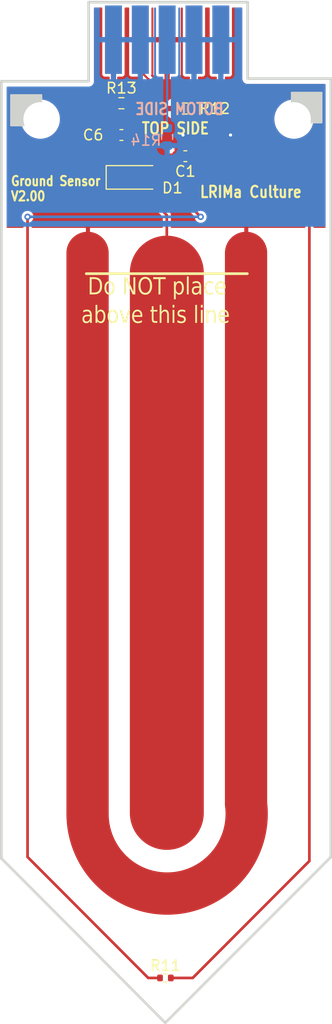
<source format=kicad_pcb>
(kicad_pcb (version 20241229) (generator "pcbnew") (generator_version "9.0")
  (layers (0 "F.Cu" signal "Top Layer") (2 "B.Cu" signal "Bottom Layer") (13 "F.Paste" user "Top Paste Mask Layer") (15 "B.Paste" user "Bottom Paste Mask Layer") (5 "F.SilkS" user "Top Silkscreen Layer") (7 "B.SilkS" user "Bottom Silkscreen Layer") (1 "F.Mask" user "Top Solder Mask Layer") (3 "B.Mask" user "Bottom Solder Mask Layer") (25 "Edge.Cuts" user "Multi-Layer"))
  (net 0 "")
  (net 1 "GND")
  (net 2 "IN_CLOCK_GND_HUM")
  (net 3 "GROUND_TEMP_ENABLE")
  (net 4 "AOUT_GND_HUM")
  (net 5 "AOUT_GND_TEMP")
  (net 6 "BOT_RESI")
  (footprint "MountingHole:MountingHole_3.2mm_M3" (layer "F.Cu") (at 138 32.5)
    (property "Reference" "H1" (hide yes))
    (property "Value" "MountingHole" (hide yes))
    (pad "" np_thru_hole circle (at 0 0) (size 3.2 3.2) (drill 3.2) (layers "*.Cu" "*.Mask"))
  )
  (footprint "Capacitor_SMD:C_0603_1608Metric" (layer "F.Cu") (at 151.725 36 180)
    (property "Reference" "C1" (at 0 -1.43 0) (layer "F.SilkS"))
    (property "Value" "10nF")
    (fp_line (start -0.14058 0.51) (end 0.14058 0.51) (stroke (width 0.12)) (layer "F.SilkS"))
    (fp_line (start -0.14058 -0.51) (end 0.14058 -0.51) (stroke (width 0.12)) (layer "F.SilkS"))
    (pad "1" smd roundrect (at -0.775 0 180) (size 0.9 0.95) (layers "F.Cu" "F.Mask" "F.Paste") (net 5 "AOUT_GND_TEMP"))
    (pad "2" smd roundrect (at 0.775 0 180) (size 0.9 0.95) (layers "F.Cu" "F.Mask" "F.Paste") (net 1 "GND"))
  )
  (footprint "Connector_PCBEdge:Edge_Finger_5P" (layer "F.Cu") (at 149.771568 25.32)
    (property "Reference" "J1" (hide yes))
    (property "Value" "Finger Join" (hide yes))
    (pad "1" connect roundrect (at -4.848431 -0.32 270) (size 6.46 1.6) (layers "B.Cu" "B.Mask") (roundrect_rratio 0) (chamfer_ratio 0.2) (chamfer) (net 1 "GND"))
    (pad "2" connect roundrect (at -4.851568 -0.32 90) (size 6.46 1.6) (layers "F.Cu" "F.Mask") (roundrect_rratio 0) (chamfer_ratio 0.2) (chamfer) (net 4 "AOUT_GND_HUM"))
    (pad "3" connect roundrect (at -2.308431 -0.32 270) (size 6.46 1.6) (layers "B.Cu" "B.Mask") (roundrect_rratio 0) (chamfer_ratio 0.2) (chamfer) (net 1 "GND"))
    (pad "4" connect roundrect (at -2.311568 -0.32 90) (size 6.46 1.6) (layers "F.Cu" "F.Mask") (roundrect_rratio 0) (chamfer_ratio 0.2) (chamfer) (net 2 "IN_CLOCK_GND_HUM"))
    (pad "5" connect roundrect (at 0.231569 -0.32 270) (size 6.46 1.6) (layers "B.Cu" "B.Mask") (roundrect_rratio 0) (chamfer_ratio 0.2) (chamfer) (net 6 "BOT_RESI"))
    (pad "6" connect roundrect (at 0.228432 -0.32 90) (size 6.46 1.6) (layers "F.Cu" "F.Mask") (roundrect_rratio 0) (chamfer_ratio 0.2) (chamfer) (net 1 "GND"))
    (pad "7" connect roundrect (at 2.771569 -0.32 270) (size 6.46 1.6) (layers "B.Cu" "B.Mask") (roundrect_rratio 0) (chamfer_ratio 0.2) (chamfer) (net 1 "GND"))
    (pad "8" connect roundrect (at 2.768432 -0.32 90) (size 6.46 1.6) (layers "F.Cu" "F.Mask") (roundrect_rratio 0) (chamfer_ratio 0.2) (chamfer) (net 5 "AOUT_GND_TEMP"))
    (pad "9" connect roundrect (at 5.311569 -0.32 270) (size 6.46 1.6) (layers "B.Cu" "B.Mask") (roundrect_rratio 0) (chamfer_ratio 0.2) (chamfer) (net 1 "GND"))
    (pad "10" connect roundrect (at 5.308432 -0.32 90) (size 6.46 1.6) (layers "F.Cu" "F.Mask") (roundrect_rratio 0) (chamfer_ratio 0.2) (chamfer) (net 3 "GROUND_TEMP_ENABLE"))
  )
  (footprint "Diode_SMD:D_MiniMELF" (layer "F.Cu") (at 146.89 38)
    (property "Reference" "D1" (at 3.61 1 0) (layer "F.SilkS"))
    (property "Value" "LL4148")
    (fp_line (start -2.66 -1.11) (end -2.66 1.11) (stroke (width 0.12)) (layer "F.SilkS"))
    (fp_line (start -2.66 1.11) (end 1.75 1.11) (stroke (width 0.12)) (layer "F.SilkS"))
    (fp_line (start 1.75 -1.11) (end -2.66 -1.11) (stroke (width 0.12)) (layer "F.SilkS"))
    (pad "1" smd roundrect (at -1.75 0) (size 1.3 1.7) (layers "F.Cu" "F.Mask" "F.Paste") (roundrect_rratio 0.1923076923) (net 4 "AOUT_GND_HUM"))
    (pad "2" smd roundrect (at 1.75 0) (size 1.3 1.7) (layers "F.Cu" "F.Mask" "F.Paste") (roundrect_rratio 0.1923076923) (net 2 "IN_CLOCK_GND_HUM"))
  )
  (footprint "Resistor_SMD:R_0402_1005Metric" (layer "F.Cu") (at 149.8385 113.6)
    (property "Reference" "R11" (at 0 -1.17 0) (layer "F.SilkS"))
    (property "Value" "NCP15XH103F03RC")
    (fp_line (start -0.153641 -0.38) (end 0.153641 -0.38) (stroke (width 0.12)) (layer "F.SilkS"))
    (fp_line (start -0.153641 0.38) (end 0.153641 0.38) (stroke (width 0.12)) (layer "F.SilkS"))
    (pad "1" smd roundrect (at -0.51 0) (size 0.54 0.64) (layers "F.Cu" "F.Mask" "F.Paste") (net 5 "AOUT_GND_TEMP"))
    (pad "2" smd roundrect (at 0.51 0) (size 0.54 0.64) (layers "F.Cu" "F.Mask" "F.Paste") (net 3 "GROUND_TEMP_ENABLE"))
  )
  (footprint "Resistor_SMD:R_0603_1608Metric" (layer "F.Cu") (at 145.675 31)
    (property "Reference" "R13" (at 0 -1.43 0) (layer "F.SilkS"))
    (property "Value" "1MΩ")
    (fp_line (start -0.237258 -0.5225) (end 0.237258 -0.5225) (stroke (width 0.12)) (layer "F.SilkS"))
    (fp_line (start -0.237258 0.5225) (end 0.237258 0.5225) (stroke (width 0.12)) (layer "F.SilkS"))
    (pad "1" smd roundrect (at -0.825 0) (size 0.8 0.95) (layers "F.Cu" "F.Mask" "F.Paste") (net 4 "AOUT_GND_HUM"))
    (pad "2" smd roundrect (at 0.825 0) (size 0.8 0.95) (layers "F.Cu" "F.Mask" "F.Paste") (net 1 "GND"))
  )
  (footprint "MountingHole:MountingHole_3.2mm_M3" (layer "F.Cu") (at 162 32.5)
    (property "Reference" "H2" (hide yes))
    (property "Value" "MountingHole" (hide yes))
    (pad "" np_thru_hole circle (at 0 0) (size 3.2 3.2) (drill 3.2) (layers "*.Cu" "*.Mask"))
  )
  (footprint "Resistor_SMD:R_0603_1608Metric" (layer "F.Cu") (at 151.675 31.5)
    (property "Reference" "R12" (at 2.825 0 0) (layer "F.SilkS"))
    (property "Value" "10kΩ")
    (fp_line (start -0.237258 -0.5225) (end 0.237258 -0.5225) (stroke (width 0.12)) (layer "F.SilkS"))
    (fp_line (start -0.237258 0.5225) (end 0.237258 0.5225) (stroke (width 0.12)) (layer "F.SilkS"))
    (pad "1" smd roundrect (at -0.825 0) (size 0.8 0.95) (layers "F.Cu" "F.Mask" "F.Paste") (net 1 "GND"))
    (pad "2" smd roundrect (at 0.825 0) (size 0.8 0.95) (layers "F.Cu" "F.Mask" "F.Paste") (net 5 "AOUT_GND_TEMP"))
  )
  (footprint "Capacitor_SMD:C_0603_1608Metric" (layer "F.Cu") (at 145.675 34 180)
    (property "Reference" "C6" (at 2.675 0 0) (layer "F.SilkS"))
    (property "Value" "1nF")
    (fp_line (start -0.14058 0.51) (end 0.14058 0.51) (stroke (width 0.12)) (layer "F.SilkS"))
    (fp_line (start -0.14058 -0.51) (end 0.14058 -0.51) (stroke (width 0.12)) (layer "F.SilkS"))
    (pad "1" smd roundrect (at -0.775 0 180) (size 0.9 0.95) (layers "F.Cu" "F.Mask" "F.Paste") (net 1 "GND"))
    (pad "2" smd roundrect (at 0.775 0 180) (size 0.9 0.95) (layers "F.Cu" "F.Mask" "F.Paste") (net 4 "AOUT_GND_HUM"))
  )
  (footprint "Resistor_SMD:R_0603_1608Metric" (layer "B.Cu") (at 150 34.175 -90)
    (property "Reference" "R14" (at 0.325 2 180) (layer "B.SilkS") (effects (justify mirror)))
    (property "Value" "10kΩ")
    (fp_line (start -0.237258 0.5225) (end 0.237258 0.5225) (stroke (width 0.12)) (layer "B.SilkS"))
    (fp_line (start -0.237258 -0.5225) (end 0.237258 -0.5225) (stroke (width 0.12)) (layer "B.SilkS"))
    (pad "1" smd roundrect (at -0.825 0 270) (size 0.8 0.95) (layers "B.Cu" "B.Mask" "B.Paste") (net 6 "BOT_RESI"))
    (pad "2" smd roundrect (at 0.825 0 270) (size 0.8 0.95) (layers "B.Cu" "B.Mask" "B.Paste") (net 1 "GND"))
  )
  (gr_arc (start 157.4705 97.164) (mid 150.469665 105.615932) (end 142.4705 98.1015) (stroke (width 4)) (layer "F.Cu") (net 1))
  (gr_line (start 142.3505 47.093) (end 157.5905 47.093) (stroke (width 0.254)) (layer "F.SilkS"))
  (gr_line (start 165.494 102.178) (end 165.494 28.6715) (stroke (width 0.254)) (layer "Edge.Cuts"))
  (gr_line (start 134.311 28.926) (end 134.311 102.3055) (stroke (width 0.254)) (layer "Edge.Cuts"))
  (gr_line (start 165.494 28.6715) (end 157.62 28.6715) (stroke (width 0.254)) (layer "Edge.Cuts"))
  (gr_line (start 134.311 102.3055) (end 149.830244 117.841756) (stroke (width 0.254)) (layer "Edge.Cuts"))
  (gr_line (start 142.5735 21.4565) (end 142.5735 28.926) (stroke (width 0.254)) (layer "Edge.Cuts"))
  (gr_line (start 157.62 28.6715) (end 157.62 21.4565) (stroke (width 0.254)) (layer "Edge.Cuts"))
  (gr_line (start 149.830244 117.841756) (end 165.494 102.178) (stroke (width 0.254)) (layer "Edge.Cuts"))
  (gr_line (start 142.5735 28.926) (end 134.311 28.926) (stroke (width 0.254)) (layer "Edge.Cuts"))
  (gr_line (start 157.62 21.4565) (end 142.5735 21.4565) (stroke (width 0.254)) (layer "Edge.Cuts"))
  (gr_text "TOP SIDE" (at 147.5 34 360) (layer "F.SilkS") (effects (font (size 1.067 0.9145) (thickness 0.203)) (justify left bottom)))
  (gr_text " Do NOT place \nabove this line" (at 141.872 52.013 0) (layer "F.SilkS") (effects (font (size 1.6 1.3715) (thickness 0.254)) (justify left bottom)))
  (gr_text "Ground Sensor\nV2.00" (at 135.127 40.302 0) (layer "F.SilkS") (effects (font (size 0.889 0.762) (thickness 0.1905)) (justify left bottom)))
  (gr_text "LRIMa Culture" (at 153 40 0) (layer "F.SilkS") (effects (font (size 1.067 0.9145) (thickness 0.203)) (justify left bottom)))
  (gr_text "BOTOM SIDE" (at 155.461 32.172 -360) (layer "B.SilkS") (effects (font (size 1.067 0.9145) (thickness 0.203)) (justify left bottom mirror)))
  (segment (start 142.507 41.726) (end 142.507 45.097) (width 0.381) (layer "F.Cu") (net 1))
  (segment (start 157.493 45.111) (end 157.493 41.98) (width 0.381) (layer "F.Cu") (net 1))
  (segment (start 142.4705 45.133) (end 142.4705 98.1015) (width 4) (layer "F.Cu") (net 1))
  (segment (start 157.4705 97.164) (end 157.4705 45.133) (width 4) (layer "F.Cu") (net 1))
  (via (at 151.5 34) (size 0.6) (drill 0.3) (layers "F.Cu" "B.Cu") (net 1))
  (via (at 156 34) (size 0.6) (drill 0.3) (layers "F.Cu" "B.Cu") (net 1))
  (segment (start 148.64 29.14) (end 148.25 28.75) (width 0.254) (layer "F.Cu") (net 2))
  (segment (start 147.46 27.96) (end 148.25 28.75) (width 0.2) (layer "F.Cu") (net 2))
  (segment (start 147.46 25) (end 147.46 27.96) (width 0.2) (layer "F.Cu") (net 2))
  (segment (start 149.9705 47.006) (end 149.9705 41.5695) (width 0.254) (layer "F.Cu") (net 2))
  (segment (start 148.64 40.239) (end 148.64 38) (width 0.254) (layer "F.Cu") (net 2))
  (segment (start 148.64 38) (end 148.64 29.14) (width 0.254) (layer "F.Cu") (net 2))
  (segment (start 149.9705 98.006) (end 149.9705 47.006) (width 7) (layer "F.Cu") (net 2))
  (segment (start 149.9705 41.5695) (end 148.64 40.239) (width 0.254) (layer "F.Cu") (net 2))
  (segment (start 152.421 113.6) (end 163.462 102.559) (width 0.254) (layer "F.Cu") (net 3))
  (segment (start 163.462 37.662) (end 163.081 37.281) (width 0.254) (layer "F.Cu") (net 3))
  (segment (start 155.08 36.265) (end 155.08 25) (width 0.254) (layer "F.Cu") (net 3))
  (segment (start 163.462 102.559) (end 163.462 37.662) (width 0.254) (layer "F.Cu") (net 3))
  (segment (start 163.081 37.281) (end 156.096 37.281) (width 0.254) (layer "F.Cu") (net 3))
  (segment (start 156.096 37.281) (end 155.08 36.265) (width 0.254) (layer "F.Cu") (net 3))
  (segment (start 150.5 113.6) (end 152.421 113.6) (width 0.254) (layer "F.Cu") (net 3))
  (segment (start 145.14 34.24) (end 144.9 34) (width 0.2) (layer "F.Cu") (net 4))
  (segment (start 144.92 25) (end 144.92 37.78) (width 0.2) (layer "F.Cu") (net 4))
  (segment (start 144.95 33.95) (end 144.9 34) (width 0.2) (layer "F.Cu") (net 4))
  (segment (start 144.92 37.78) (end 145.14 38) (width 0.2) (layer "F.Cu") (net 4))
  (segment (start 144.92 25) (end 144.75 25.17) (width 0.2) (layer "F.Cu") (net 4))
  (segment (start 148.214 113.6) (end 149.3285 113.6) (width 0.254) (layer "F.Cu") (net 5))
  (segment (start 136.792 41.726) (end 136.792 102.178) (width 0.254) (layer "F.Cu") (net 5))
  (segment (start 152.5 41.051) (end 152.5 36) (width 0.254) (layer "F.Cu") (net 5))
  (segment (start 136.792 102.178) (end 148.214 113.6) (width 0.254) (layer "F.Cu") (net 5))
  (segment (start 152.54 36.7525) (end 152.54 25) (width 0.254) (layer "F.Cu") (net 5))
  (segment (start 153.175 41.726) (end 152.5 41.051) (width 0.254) (layer "F.Cu") (net 5))
  (via (at 136.792 41.726) (size 0.61) (drill 0.305) (layers "F.Cu" "B.Cu") (net 5))
  (via (at 153.175 41.726) (size 0.61) (drill 0.305) (layers "F.Cu" "B.Cu") (net 5))
  (segment (start 136.792 41.726) (end 153.175 41.726) (width 0.254) (layer "B.Cu") (net 5))
  (segment (start 150.003137 25) (end 150 25.003137) (width 0.2) (layer "B.Cu") (net 6))
  (segment (start 150 25.003137) (end 150 33.35) (width 0.2) (layer "B.Cu") (net 6))
  (zone (net 1) (net_name "GND") (layer "F.Cu") (priority 500) (connect_pads (clearance 0.254)) (min_thickness 0.127) (fill yes (thermal_gap 0.5) (thermal_bridge_width 0.5))
    (polygon (pts (xy 134.506 21.25) (xy 165.367 21.25) (xy 165.367 42.769) (xy 134.506 42.769)))
  )
  (zone (net 1) (net_name "GND") (layer "B.Cu") (priority 500) (connect_pads (clearance 0.254)) (min_thickness 0.127) (fill yes (thermal_gap 0.5) (thermal_bridge_width 0.5))
    (polygon (pts (xy 134.633 21.377) (xy 165.494 21.377) (xy 165.494 42.658) (xy 134.633 42.658)))
  )
  (zone (net 0) (net_name "") (layer "Edge.Cuts") (priority 500) (connect_pads (clearance 0.254)) (min_thickness 0.127) (fill yes (thermal_gap 0.5) (thermal_bridge_width 0.5))
    (polygon (pts (xy 135.145698 30.144698) (xy 135.145698 33.183302) (xy 138.184302 33.183302) (xy 138.184302 30.144698)))
  )
  (zone (net 0) (net_name "") (layer "Edge.Cuts") (priority 500) (connect_pads (clearance 0.254)) (min_thickness 0.127) (fill yes (thermal_gap 0.5) (thermal_bridge_width 0.5))
    (polygon (pts (xy 161.712624 29.914624) (xy 161.712624 32.905376) (xy 164.703376 32.905376) (xy 164.703376 29.914624)))
  )
)
</source>
